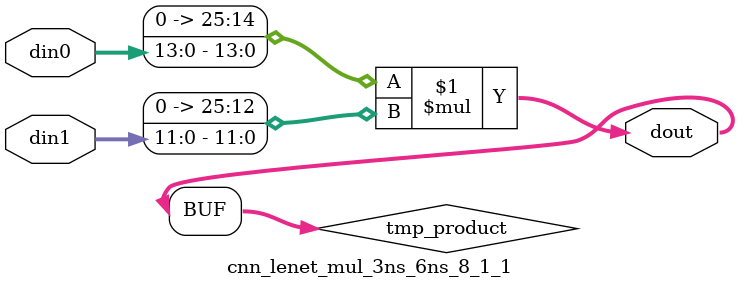
<source format=v>

`timescale 1 ns / 1 ps

  module cnn_lenet_mul_3ns_6ns_8_1_1(din0, din1, dout);
parameter ID = 1;
parameter NUM_STAGE = 0;
parameter din0_WIDTH = 14;
parameter din1_WIDTH = 12;
parameter dout_WIDTH = 26;

input [din0_WIDTH - 1 : 0] din0; 
input [din1_WIDTH - 1 : 0] din1; 
output [dout_WIDTH - 1 : 0] dout;

wire signed [dout_WIDTH - 1 : 0] tmp_product;










assign tmp_product = $signed({1'b0, din0}) * $signed({1'b0, din1});











assign dout = tmp_product;







endmodule

</source>
